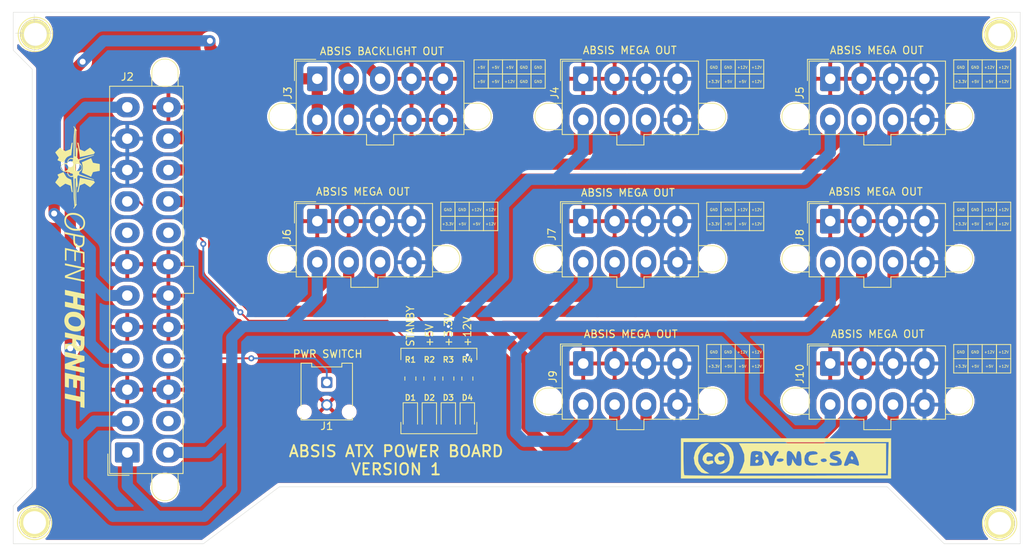
<source format=kicad_pcb>
(kicad_pcb (version 20171130) (host pcbnew "(5.1.7)-1")
  (layers (0 F.Cu signal) (31 B.Cu signal) (34 B.Paste user) (35 F.Paste user) (36 B.SilkS user) (37 F.SilkS user) (38 B.Mask user) (39 F.Mask user) (44 Edge.Cuts user))
  (net 0 "")
  (net 1 GND)
  (net 2 "Net-(D1-Pad1)")
  (net 3 "Net-(D2-Pad1)")
  (net 4 "Net-(D3-Pad1)")
  (net 5 "Net-(D4-Pad1)")
  (net 6 /PS_ON)
  (net 7 /+5V_SUPPLY)
  (net 8 "Net-(J2-Pad20)")
  (net 9 "Net-(J2-Pad14)")
  (net 10 /+3.3V_SUPPLY)
  (net 11 /+12V_SUPPLY)
  (net 12 /+5VSB_SUPPLY)
  (net 13 /PWR_OK)
  (module KiCAD_Libraries:CC-BY-NC-SA-Small (layer F.Cu) (at 138.7856 113.03)
    (fp_text reference G*** hide)
    (fp_text value LOGO hide)
  )
  (module KiCAD_Libraries:OH_LOGO_37.7mm_5.9mm (layer F.Cu) (at 44.1452 87.4268 270)
    (fp_text reference G*** hide)
    (fp_text value LOGO hide)
  )
  (module Connector_Molex:Molex_Mini-Fit_Jr_5566-08A2_2x04_P4.20mm_Vertical (layer F.Cu) (at 144.78 62.23)
    (fp_text reference J5 (at -4.064 1.905 90) (layer F.SilkS))
    (fp_text value "MEGA BUS POWER")
    (pad "" np_thru_hole circle (at 17.3 5.04) (size 3 3) (drill 3) (layers *.Cu *.Mask))
    (pad "" np_thru_hole circle (at -4.7 5.04) (size 3 3) (drill 3) (layers *.Cu *.Mask))
    (pad 8 thru_hole oval (at 12.6 5.5) (size 2.7 3.3) (drill 1.4) (layers *.Cu *.Mask) (net 11 /+12V_SUPPLY))
    (pad 7 thru_hole oval (at 8.4 5.5) (size 2.7 3.3) (drill 1.4) (layers *.Cu *.Mask) (net 7 /+5V_SUPPLY))
    (pad 6 thru_hole oval (at 4.2 5.5) (size 2.7 3.3) (drill 1.4) (layers *.Cu *.Mask) (net 7 /+5V_SUPPLY))
    (pad 5 thru_hole oval (at 0 5.5) (size 2.7 3.3) (drill 1.4) (layers *.Cu *.Mask) (net 10 /+3.3V_SUPPLY))
    (pad 4 thru_hole oval (at 12.6 0) (size 2.7 3.3) (drill 1.4) (layers *.Cu *.Mask) (net 11 /+12V_SUPPLY))
    (pad 3 thru_hole oval (at 8.4 0) (size 2.7 3.3) (drill 1.4) (layers *.Cu *.Mask) (net 11 /+12V_SUPPLY))
    (pad 2 thru_hole oval (at 4.2 0) (size 2.7 3.3) (drill 1.4) (layers *.Cu *.Mask) (net 1 GND))
    (pad 1 thru_hole roundrect (at 0 0) (size 2.7 3.3) (drill 1.4) (layers *.Cu *.Mask) (roundrect_rratio 0.09259299999999999) (net 1 GND))
  )
  (module Connector_Molex:Molex_Mini-Fit_Jr_5566-08A2_2x04_P4.20mm_Vertical (layer F.Cu) (at 144.78 100.33)
    (fp_text reference J10 (at -4.064 1.397 90) (layer F.SilkS))
    (fp_text value "MEGA BUS POWER")
    (pad "" np_thru_hole circle (at 17.3 5.04) (size 3 3) (drill 3) (layers *.Cu *.Mask))
    (pad "" np_thru_hole circle (at -4.7 5.04) (size 3 3) (drill 3) (layers *.Cu *.Mask))
    (pad 8 thru_hole oval (at 12.6 5.5) (size 2.7 3.3) (drill 1.4) (layers *.Cu *.Mask) (net 11 /+12V_SUPPLY))
    (pad 7 thru_hole oval (at 8.4 5.5) (size 2.7 3.3) (drill 1.4) (layers *.Cu *.Mask) (net 7 /+5V_SUPPLY))
    (pad 6 thru_hole oval (at 4.2 5.5) (size 2.7 3.3) (drill 1.4) (layers *.Cu *.Mask) (net 7 /+5V_SUPPLY))
    (pad 5 thru_hole oval (at 0 5.5) (size 2.7 3.3) (drill 1.4) (layers *.Cu *.Mask) (net 10 /+3.3V_SUPPLY))
    (pad 4 thru_hole oval (at 12.6 0) (size 2.7 3.3) (drill 1.4) (layers *.Cu *.Mask) (net 11 /+12V_SUPPLY))
    (pad 3 thru_hole oval (at 8.4 0) (size 2.7 3.3) (drill 1.4) (layers *.Cu *.Mask) (net 11 /+12V_SUPPLY))
    (pad 2 thru_hole oval (at 4.2 0) (size 2.7 3.3) (drill 1.4) (layers *.Cu *.Mask) (net 1 GND))
    (pad 1 thru_hole roundrect (at 0 0) (size 2.7 3.3) (drill 1.4) (layers *.Cu *.Mask) (roundrect_rratio 0.09259299999999999) (net 1 GND))
  )
  (module Socket_Arduino_Mega:Arduino_1pin (layer F.Cu) (at 167.4368 56.3372)
    (fp_text reference H4 hide)
    (fp_text value MountingHole)
    (pad 1 thru_hole circle (at 0 0) (size 4.064 4.064) (drill 3.048) (layers *.Cu *.Mask F.SilkS))
  )
  (module Socket_Arduino_Mega:Arduino_1pin (layer F.Cu) (at 38.4048 121.6152)
    (fp_text reference H3 hide)
    (fp_text value MountingHole)
    (pad 1 thru_hole circle (at 0 0) (size 4.064 4.064) (drill 3.048) (layers *.Cu *.Mask F.SilkS))
  )
  (module Socket_Arduino_Mega:Arduino_1pin (layer F.Cu) (at 167.4368 121.7168)
    (fp_text reference H2 hide)
    (fp_text value MountingHole)
    (pad 1 thru_hole circle (at 0 0) (size 4.064 4.064) (drill 3.048) (layers *.Cu *.Mask F.SilkS))
  )
  (module Socket_Arduino_Mega:Arduino_1pin (layer F.Cu) (at 38.5064 56.2864)
    (fp_text reference H1 hide)
    (fp_text value MountingHole)
    (pad 1 thru_hole circle (at 0 0) (size 4.064 4.064) (drill 3.048) (layers *.Cu *.Mask F.SilkS))
  )
  (module Resistor_SMD:R_0805_2012Metric_Pad1.20x1.40mm_HandSolder (layer F.Cu) (at 96.266 102.346 90)
    (fp_text reference R4 (at 2.524 0 180) (layer F.SilkS) (effects (font (size 0.75 0.75))))
    (fp_text value 560)
    (pad 2 smd roundrect (at 1 0 90) (size 1.2 1.4) (layers F.Cu F.Paste F.Mask) (roundrect_rratio 0.208333) (net 11 /+12V_SUPPLY))
    (pad 1 smd roundrect (at -1 0 90) (size 1.2 1.4) (layers F.Cu F.Paste F.Mask) (roundrect_rratio 0.208333) (net 5 "Net-(D4-Pad1)"))
  )
  (module Resistor_SMD:R_0805_2012Metric_Pad1.20x1.40mm_HandSolder (layer F.Cu) (at 93.726 102.346 90)
    (fp_text reference R3 (at 2.524 0 180) (layer F.SilkS) (effects (font (size 0.75 0.75))))
    (fp_text value 56)
    (pad 2 smd roundrect (at 1 0 90) (size 1.2 1.4) (layers F.Cu F.Paste F.Mask) (roundrect_rratio 0.208333) (net 10 /+3.3V_SUPPLY))
    (pad 1 smd roundrect (at -1 0 90) (size 1.2 1.4) (layers F.Cu F.Paste F.Mask) (roundrect_rratio 0.208333) (net 4 "Net-(D3-Pad1)"))
  )
  (module Resistor_SMD:R_0805_2012Metric_Pad1.20x1.40mm_HandSolder (layer F.Cu) (at 91.186 102.346 90)
    (fp_text reference R2 (at 2.524 0 180) (layer F.SilkS) (effects (font (size 0.75 0.75))))
    (fp_text value 150)
    (pad 2 smd roundrect (at 1 0 90) (size 1.2 1.4) (layers F.Cu F.Paste F.Mask) (roundrect_rratio 0.208333) (net 7 /+5V_SUPPLY))
    (pad 1 smd roundrect (at -1 0 90) (size 1.2 1.4) (layers F.Cu F.Paste F.Mask) (roundrect_rratio 0.208333) (net 3 "Net-(D2-Pad1)"))
  )
  (module Resistor_SMD:R_0805_2012Metric_Pad1.20x1.40mm_HandSolder (layer F.Cu) (at 88.646 102.346 90)
    (fp_text reference R1 (at 2.524 0 180) (layer F.SilkS) (effects (font (size 0.75 0.75))))
    (fp_text value 150)
    (pad 2 smd roundrect (at 1 0 90) (size 1.2 1.4) (layers F.Cu F.Paste F.Mask) (roundrect_rratio 0.208333) (net 12 /+5VSB_SUPPLY))
    (pad 1 smd roundrect (at -1 0 90) (size 1.2 1.4) (layers F.Cu F.Paste F.Mask) (roundrect_rratio 0.208333) (net 2 "Net-(D1-Pad1)"))
  )
  (module Connector_Molex:Molex_Mini-Fit_Jr_5566-08A2_2x04_P4.20mm_Vertical (layer F.Cu) (at 111.76 100.33)
    (fp_text reference J9 (at -4.064 1.778 90) (layer F.SilkS))
    (fp_text value "MEGA BUS POWER")
    (pad "" np_thru_hole circle (at 17.3 5.04) (size 3 3) (drill 3) (layers *.Cu *.Mask))
    (pad "" np_thru_hole circle (at -4.7 5.04) (size 3 3) (drill 3) (layers *.Cu *.Mask))
    (pad 8 thru_hole oval (at 12.6 5.5) (size 2.7 3.3) (drill 1.4) (layers *.Cu *.Mask) (net 11 /+12V_SUPPLY))
    (pad 7 thru_hole oval (at 8.4 5.5) (size 2.7 3.3) (drill 1.4) (layers *.Cu *.Mask) (net 7 /+5V_SUPPLY))
    (pad 6 thru_hole oval (at 4.2 5.5) (size 2.7 3.3) (drill 1.4) (layers *.Cu *.Mask) (net 7 /+5V_SUPPLY))
    (pad 5 thru_hole oval (at 0 5.5) (size 2.7 3.3) (drill 1.4) (layers *.Cu *.Mask) (net 10 /+3.3V_SUPPLY))
    (pad 4 thru_hole oval (at 12.6 0) (size 2.7 3.3) (drill 1.4) (layers *.Cu *.Mask) (net 11 /+12V_SUPPLY))
    (pad 3 thru_hole oval (at 8.4 0) (size 2.7 3.3) (drill 1.4) (layers *.Cu *.Mask) (net 11 /+12V_SUPPLY))
    (pad 2 thru_hole oval (at 4.2 0) (size 2.7 3.3) (drill 1.4) (layers *.Cu *.Mask) (net 1 GND))
    (pad 1 thru_hole roundrect (at 0 0) (size 2.7 3.3) (drill 1.4) (layers *.Cu *.Mask) (roundrect_rratio 0.09259299999999999) (net 1 GND))
  )
  (module Connector_Molex:Molex_Mini-Fit_Jr_5566-08A2_2x04_P4.20mm_Vertical (layer F.Cu) (at 144.78 81.28)
    (fp_text reference J8 (at -4.064 1.905 90) (layer F.SilkS))
    (fp_text value "MEGA BUS POWER")
    (pad "" np_thru_hole circle (at 17.3 5.04) (size 3 3) (drill 3) (layers *.Cu *.Mask))
    (pad "" np_thru_hole circle (at -4.7 5.04) (size 3 3) (drill 3) (layers *.Cu *.Mask))
    (pad 8 thru_hole oval (at 12.6 5.5) (size 2.7 3.3) (drill 1.4) (layers *.Cu *.Mask) (net 11 /+12V_SUPPLY))
    (pad 7 thru_hole oval (at 8.4 5.5) (size 2.7 3.3) (drill 1.4) (layers *.Cu *.Mask) (net 7 /+5V_SUPPLY))
    (pad 6 thru_hole oval (at 4.2 5.5) (size 2.7 3.3) (drill 1.4) (layers *.Cu *.Mask) (net 7 /+5V_SUPPLY))
    (pad 5 thru_hole oval (at 0 5.5) (size 2.7 3.3) (drill 1.4) (layers *.Cu *.Mask) (net 10 /+3.3V_SUPPLY))
    (pad 4 thru_hole oval (at 12.6 0) (size 2.7 3.3) (drill 1.4) (layers *.Cu *.Mask) (net 11 /+12V_SUPPLY))
    (pad 3 thru_hole oval (at 8.4 0) (size 2.7 3.3) (drill 1.4) (layers *.Cu *.Mask) (net 11 /+12V_SUPPLY))
    (pad 2 thru_hole oval (at 4.2 0) (size 2.7 3.3) (drill 1.4) (layers *.Cu *.Mask) (net 1 GND))
    (pad 1 thru_hole roundrect (at 0 0) (size 2.7 3.3) (drill 1.4) (layers *.Cu *.Mask) (roundrect_rratio 0.09259299999999999) (net 1 GND))
  )
  (module Connector_Molex:Molex_Mini-Fit_Jr_5566-08A2_2x04_P4.20mm_Vertical (layer F.Cu) (at 111.76 81.28)
    (fp_text reference J7 (at -4.191 1.778 90) (layer F.SilkS))
    (fp_text value "MEGA BUS POWER")
    (pad "" np_thru_hole circle (at 17.3 5.04) (size 3 3) (drill 3) (layers *.Cu *.Mask))
    (pad "" np_thru_hole circle (at -4.7 5.04) (size 3 3) (drill 3) (layers *.Cu *.Mask))
    (pad 8 thru_hole oval (at 12.6 5.5) (size 2.7 3.3) (drill 1.4) (layers *.Cu *.Mask) (net 11 /+12V_SUPPLY))
    (pad 7 thru_hole oval (at 8.4 5.5) (size 2.7 3.3) (drill 1.4) (layers *.Cu *.Mask) (net 7 /+5V_SUPPLY))
    (pad 6 thru_hole oval (at 4.2 5.5) (size 2.7 3.3) (drill 1.4) (layers *.Cu *.Mask) (net 7 /+5V_SUPPLY))
    (pad 5 thru_hole oval (at 0 5.5) (size 2.7 3.3) (drill 1.4) (layers *.Cu *.Mask) (net 10 /+3.3V_SUPPLY))
    (pad 4 thru_hole oval (at 12.6 0) (size 2.7 3.3) (drill 1.4) (layers *.Cu *.Mask) (net 11 /+12V_SUPPLY))
    (pad 3 thru_hole oval (at 8.4 0) (size 2.7 3.3) (drill 1.4) (layers *.Cu *.Mask) (net 11 /+12V_SUPPLY))
    (pad 2 thru_hole oval (at 4.2 0) (size 2.7 3.3) (drill 1.4) (layers *.Cu *.Mask) (net 1 GND))
    (pad 1 thru_hole roundrect (at 0 0) (size 2.7 3.3) (drill 1.4) (layers *.Cu *.Mask) (roundrect_rratio 0.09259299999999999) (net 1 GND))
  )
  (module Connector_Molex:Molex_Mini-Fit_Jr_5566-08A2_2x04_P4.20mm_Vertical (layer F.Cu) (at 76.2 81.28)
    (fp_text reference J6 (at -4.064 1.905 90) (layer F.SilkS))
    (fp_text value "MEGA BUS POWER")
    (pad "" np_thru_hole circle (at 17.3 5.04) (size 3 3) (drill 3) (layers *.Cu *.Mask))
    (pad "" np_thru_hole circle (at -4.7 5.04) (size 3 3) (drill 3) (layers *.Cu *.Mask))
    (pad 8 thru_hole oval (at 12.6 5.5) (size 2.7 3.3) (drill 1.4) (layers *.Cu *.Mask) (net 11 /+12V_SUPPLY))
    (pad 7 thru_hole oval (at 8.4 5.5) (size 2.7 3.3) (drill 1.4) (layers *.Cu *.Mask) (net 7 /+5V_SUPPLY))
    (pad 6 thru_hole oval (at 4.2 5.5) (size 2.7 3.3) (drill 1.4) (layers *.Cu *.Mask) (net 7 /+5V_SUPPLY))
    (pad 5 thru_hole oval (at 0 5.5) (size 2.7 3.3) (drill 1.4) (layers *.Cu *.Mask) (net 10 /+3.3V_SUPPLY))
    (pad 4 thru_hole oval (at 12.6 0) (size 2.7 3.3) (drill 1.4) (layers *.Cu *.Mask) (net 11 /+12V_SUPPLY))
    (pad 3 thru_hole oval (at 8.4 0) (size 2.7 3.3) (drill 1.4) (layers *.Cu *.Mask) (net 11 /+12V_SUPPLY))
    (pad 2 thru_hole oval (at 4.2 0) (size 2.7 3.3) (drill 1.4) (layers *.Cu *.Mask) (net 1 GND))
    (pad 1 thru_hole roundrect (at 0 0) (size 2.7 3.3) (drill 1.4) (layers *.Cu *.Mask) (roundrect_rratio 0.09259299999999999) (net 1 GND))
  )
  (module Connector_Molex:Molex_Mini-Fit_Jr_5566-08A2_2x04_P4.20mm_Vertical (layer F.Cu) (at 111.76 62.23)
    (fp_text reference J4 (at -3.81 1.905 90) (layer F.SilkS))
    (fp_text value "MEGA BUS POWER")
    (pad "" np_thru_hole circle (at 17.3 5.04) (size 3 3) (drill 3) (layers *.Cu *.Mask))
    (pad "" np_thru_hole circle (at -4.7 5.04) (size 3 3) (drill 3) (layers *.Cu *.Mask))
    (pad 8 thru_hole oval (at 12.6 5.5) (size 2.7 3.3) (drill 1.4) (layers *.Cu *.Mask) (net 11 /+12V_SUPPLY))
    (pad 7 thru_hole oval (at 8.4 5.5) (size 2.7 3.3) (drill 1.4) (layers *.Cu *.Mask) (net 7 /+5V_SUPPLY))
    (pad 6 thru_hole oval (at 4.2 5.5) (size 2.7 3.3) (drill 1.4) (layers *.Cu *.Mask) (net 7 /+5V_SUPPLY))
    (pad 5 thru_hole oval (at 0 5.5) (size 2.7 3.3) (drill 1.4) (layers *.Cu *.Mask) (net 10 /+3.3V_SUPPLY))
    (pad 4 thru_hole oval (at 12.6 0) (size 2.7 3.3) (drill 1.4) (layers *.Cu *.Mask) (net 11 /+12V_SUPPLY))
    (pad 3 thru_hole oval (at 8.4 0) (size 2.7 3.3) (drill 1.4) (layers *.Cu *.Mask) (net 11 /+12V_SUPPLY))
    (pad 2 thru_hole oval (at 4.2 0) (size 2.7 3.3) (drill 1.4) (layers *.Cu *.Mask) (net 1 GND))
    (pad 1 thru_hole roundrect (at 0 0) (size 2.7 3.3) (drill 1.4) (layers *.Cu *.Mask) (roundrect_rratio 0.09259299999999999) (net 1 GND))
  )
  (module Connector_Molex:Molex_Mini-Fit_Jr_5566-10A2_2x05_P4.20mm_Vertical (layer F.Cu) (at 76.2 62.23)
    (fp_text reference J3 (at -3.937 1.905 90) (layer F.SilkS))
    (fp_text value "ABSIS BACKLIGHT PWR")
    (pad "" np_thru_hole circle (at 21.5 5.04) (size 3 3) (drill 3) (layers *.Cu *.Mask))
    (pad "" np_thru_hole circle (at -4.7 5.04) (size 3 3) (drill 3) (layers *.Cu *.Mask))
    (pad 10 thru_hole oval (at 16.8 5.5) (size 2.7 3.3) (drill 1.4) (layers *.Cu *.Mask) (net 1 GND))
    (pad 9 thru_hole oval (at 12.6 5.5) (size 2.7 3.3) (drill 1.4) (layers *.Cu *.Mask) (net 1 GND))
    (pad 8 thru_hole oval (at 8.4 5.5) (size 2.7 3.3) (drill 1.4) (layers *.Cu *.Mask) (net 11 /+12V_SUPPLY))
    (pad 7 thru_hole oval (at 4.2 5.5) (size 2.7 3.3) (drill 1.4) (layers *.Cu *.Mask) (net 7 /+5V_SUPPLY))
    (pad 6 thru_hole oval (at 0 5.5) (size 2.7 3.3) (drill 1.4) (layers *.Cu *.Mask) (net 7 /+5V_SUPPLY))
    (pad 5 thru_hole oval (at 16.8 0) (size 2.7 3.3) (drill 1.4) (layers *.Cu *.Mask) (net 1 GND))
    (pad 4 thru_hole oval (at 12.6 0) (size 2.7 3.3) (drill 1.4) (layers *.Cu *.Mask) (net 1 GND))
    (pad 3 thru_hole oval (at 8.4 0) (size 2.7 3.3) (drill 1.4) (layers *.Cu *.Mask) (net 7 /+5V_SUPPLY))
    (pad 2 thru_hole oval (at 4.2 0) (size 2.7 3.3) (drill 1.4) (layers *.Cu *.Mask) (net 7 /+5V_SUPPLY))
    (pad 1 thru_hole roundrect (at 0 0) (size 2.7 3.3) (drill 1.4) (layers *.Cu *.Mask) (roundrect_rratio 0.09259299999999999) (net 7 /+5V_SUPPLY))
  )
  (module Connector_Molex:Molex_Mini-Fit_Jr_5566-24A2_2x12_P4.20mm_Vertical (layer F.Cu) (at 50.8 112.24 90)
    (fp_text reference J2 (at 50.264 0 180) (layer F.SilkS))
    (fp_text value ATX-24)
    (pad "" np_thru_hole circle (at 50.9 5.04 90) (size 3 3) (drill 3) (layers *.Cu *.Mask))
    (pad "" np_thru_hole circle (at -4.7 5.04 90) (size 3 3) (drill 3) (layers *.Cu *.Mask))
    (pad 24 thru_hole oval (at 46.2 5.5 90) (size 2.7 3.3) (drill 1.4) (layers *.Cu *.Mask) (net 1 GND))
    (pad 23 thru_hole oval (at 42 5.5 90) (size 2.7 3.3) (drill 1.4) (layers *.Cu *.Mask) (net 7 /+5V_SUPPLY))
    (pad 22 thru_hole oval (at 37.8 5.5 90) (size 2.7 3.3) (drill 1.4) (layers *.Cu *.Mask) (net 7 /+5V_SUPPLY))
    (pad 21 thru_hole oval (at 33.6 5.5 90) (size 2.7 3.3) (drill 1.4) (layers *.Cu *.Mask) (net 7 /+5V_SUPPLY))
    (pad 20 thru_hole oval (at 29.4 5.5 90) (size 2.7 3.3) (drill 1.4) (layers *.Cu *.Mask) (net 8 "Net-(J2-Pad20)"))
    (pad 19 thru_hole oval (at 25.2 5.5 90) (size 2.7 3.3) (drill 1.4) (layers *.Cu *.Mask) (net 1 GND))
    (pad 18 thru_hole oval (at 21 5.5 90) (size 2.7 3.3) (drill 1.4) (layers *.Cu *.Mask) (net 1 GND))
    (pad 17 thru_hole oval (at 16.8 5.5 90) (size 2.7 3.3) (drill 1.4) (layers *.Cu *.Mask) (net 1 GND))
    (pad 16 thru_hole oval (at 12.6 5.5 90) (size 2.7 3.3) (drill 1.4) (layers *.Cu *.Mask) (net 6 /PS_ON))
    (pad 15 thru_hole oval (at 8.4 5.5 90) (size 2.7 3.3) (drill 1.4) (layers *.Cu *.Mask) (net 1 GND))
    (pad 14 thru_hole oval (at 4.2 5.5 90) (size 2.7 3.3) (drill 1.4) (layers *.Cu *.Mask) (net 9 "Net-(J2-Pad14)"))
    (pad 13 thru_hole oval (at 0 5.5 90) (size 2.7 3.3) (drill 1.4) (layers *.Cu *.Mask) (net 10 /+3.3V_SUPPLY))
    (pad 12 thru_hole oval (at 46.2 0 90) (size 2.7 3.3) (drill 1.4) (layers *.Cu *.Mask) (net 10 /+3.3V_SUPPLY))
    (pad 11 thru_hole oval (at 42 0 90) (size 2.7 3.3) (drill 1.4) (layers *.Cu *.Mask) (net 11 /+12V_SUPPLY))
    (pad 10 thru_hole oval (at 37.8 0 90) (size 2.7 3.3) (drill 1.4) (layers *.Cu *.Mask) (net 11 /+12V_SUPPLY))
    (pad 9 thru_hole oval (at 33.6 0 90) (size 2.7 3.3) (drill 1.4) (layers *.Cu *.Mask) (net 12 /+5VSB_SUPPLY))
    (pad 8 thru_hole oval (at 29.4 0 90) (size 2.7 3.3) (drill 1.4) (layers *.Cu *.Mask) (net 13 /PWR_OK))
    (pad 7 thru_hole oval (at 25.2 0 90) (size 2.7 3.3) (drill 1.4) (layers *.Cu *.Mask) (net 1 GND))
    (pad 6 thru_hole oval (at 21 0 90) (size 2.7 3.3) (drill 1.4) (layers *.Cu *.Mask) (net 7 /+5V_SUPPLY))
    (pad 5 thru_hole oval (at 16.8 0 90) (size 2.7 3.3) (drill 1.4) (layers *.Cu *.Mask) (net 1 GND))
    (pad 4 thru_hole oval (at 12.6 0 90) (size 2.7 3.3) (drill 1.4) (layers *.Cu *.Mask) (net 7 /+5V_SUPPLY))
    (pad 3 thru_hole oval (at 8.4 0 90) (size 2.7 3.3) (drill 1.4) (layers *.Cu *.Mask) (net 1 GND))
    (pad 2 thru_hole oval (at 4.2 0 90) (size 2.7 3.3) (drill 1.4) (layers *.Cu *.Mask) (net 10 /+3.3V_SUPPLY))
    (pad 1 thru_hole roundrect (at 0 0 90) (size 2.7 3.3) (drill 1.4) (layers *.Cu *.Mask) (roundrect_rratio 0.09259299999999999) (net 10 /+3.3V_SUPPLY))
  )
  (module Connector_Molex:Molex_Micro-Fit_3.0_43045-0212_2x01_P3.00mm_Vertical (layer F.Cu) (at 77.47 102.87)
    (fp_text reference J1 (at 0 5.842) (layer F.SilkS))
    (fp_text value "Power Swtich")
    (pad 2 thru_hole circle (at 0 3) (size 1.5 1.5) (drill 1) (layers *.Cu *.Mask) (net 1 GND))
    (pad 1 thru_hole roundrect (at 0 0) (size 1.5 1.5) (drill 1) (layers *.Cu *.Mask) (roundrect_rratio 0.166667) (net 6 /PS_ON))
    (pad "" np_thru_hole circle (at 3 3.94) (size 1 1) (drill 1) (layers *.Cu *.Mask))
    (pad "" np_thru_hole circle (at -3 3.94) (size 1 1) (drill 1) (layers *.Cu *.Mask))
  )
  (module LED_SMD:LED_0805_2012Metric_Pad1.15x1.40mm_HandSolder (layer F.Cu) (at 96.266 107.451 270)
    (fp_text reference D4 (at -2.549 0 180) (layer F.SilkS) (effects (font (size 0.75 0.75))))
    (fp_text value "Green LED")
    (pad 2 smd roundrect (at 1.025 0 270) (size 1.15 1.4) (layers F.Cu F.Paste F.Mask) (roundrect_rratio 0.217391) (net 1 GND))
    (pad 1 smd roundrect (at -1.025 0 270) (size 1.15 1.4) (layers F.Cu F.Paste F.Mask) (roundrect_rratio 0.217391) (net 5 "Net-(D4-Pad1)"))
  )
  (module LED_SMD:LED_0805_2012Metric_Pad1.15x1.40mm_HandSolder (layer F.Cu) (at 93.726 107.451 270)
    (fp_text reference D3 (at -2.549 0 180) (layer F.SilkS) (effects (font (size 0.75 0.75))))
    (fp_text value "Green LED")
    (pad 2 smd roundrect (at 1.025 0 270) (size 1.15 1.4) (layers F.Cu F.Paste F.Mask) (roundrect_rratio 0.217391) (net 1 GND))
    (pad 1 smd roundrect (at -1.025 0 270) (size 1.15 1.4) (layers F.Cu F.Paste F.Mask) (roundrect_rratio 0.217391) (net 4 "Net-(D3-Pad1)"))
  )
  (module LED_SMD:LED_0805_2012Metric_Pad1.15x1.40mm_HandSolder (layer F.Cu) (at 91.186 107.451 270)
    (fp_text reference D2 (at -2.549 0 180) (layer F.SilkS) (effects (font (size 0.75 0.75))))
    (fp_text value "Green LED")
    (pad 2 smd roundrect (at 1.025 0 270) (size 1.15 1.4) (layers F.Cu F.Paste F.Mask) (roundrect_rratio 0.217391) (net 1 GND))
    (pad 1 smd roundrect (at -1.025 0 270) (size 1.15 1.4) (layers F.Cu F.Paste F.Mask) (roundrect_rratio 0.217391) (net 3 "Net-(D2-Pad1)"))
  )
  (module LED_SMD:LED_0805_2012Metric_Pad1.15x1.40mm_HandSolder (layer F.Cu) (at 88.646 107.451 270)
    (fp_text reference D1 (at -2.549 0 180) (layer F.SilkS) (effects (font (size 0.75 0.75))))
    (fp_text value "Green LED")
    (pad 2 smd roundrect (at 1.025 0 270) (size 1.15 1.4) (layers F.Cu F.Paste F.Mask) (roundrect_rratio 0.217391) (net 1 GND))
    (pad 1 smd roundrect (at -1.025 0 270) (size 1.15 1.4) (layers F.Cu F.Paste F.Mask) (roundrect_rratio 0.217391) (net 2 "Net-(D1-Pad1)"))
  )
  (gr_text GND (at 105.7275 60.706) (layer F.SilkS) (effects (font (size 0.35 0.35) (thickness 0.06))))
  (gr_text GND (at 105.7275 62.611) (layer F.SilkS) (effects (font (size 0.35 0.35) (thickness 0.06))))
  (gr_line (start 104.775 61.595) (end 106.68 61.595) (layer F.SilkS) (width 0.12))
  (gr_line (start 106.68 63.5) (end 104.775 63.5) (layer F.SilkS) (width 0.12))
  (gr_line (start 106.68 59.69) (end 106.68 63.5) (layer F.SilkS) (width 0.12))
  (gr_line (start 104.775 59.69) (end 106.68 59.69) (layer F.SilkS) (width 0.12))
  (gr_text +12V (at 101.9175 62.611) (layer F.SilkS) (effects (font (size 0.35 0.35) (thickness 0.06))))
  (gr_text +5V (at 101.9175 60.706) (layer F.SilkS) (effects (font (size 0.35 0.35) (thickness 0.06))))
  (gr_text +5V (at 100.0125 60.706) (layer F.SilkS) (effects (font (size 0.35 0.35) (thickness 0.06))))
  (gr_text +5V (at 100.0125 62.611) (layer F.SilkS) (effects (font (size 0.35 0.35) (thickness 0.06))))
  (gr_text +5V (at 98.1075 60.706) (layer F.SilkS) (effects (font (size 0.35 0.35) (thickness 0.06))))
  (gr_text +5V (at 98.1075 62.611) (layer F.SilkS) (effects (font (size 0.35 0.35) (thickness 0.06))))
  (gr_text GND (at 103.8225 60.706) (layer F.SilkS) (effects (font (size 0.35 0.35) (thickness 0.06))))
  (gr_text GND (at 103.8225 62.611) (layer F.SilkS) (effects (font (size 0.35 0.35) (thickness 0.06))))
  (gr_line (start 102.87 59.69) (end 102.87 61.595) (layer F.SilkS) (width 0.12))
  (gr_line (start 97.155 61.595) (end 97.155 63.5) (layer F.SilkS) (width 0.12))
  (gr_line (start 102.87 63.5) (end 102.87 61.595) (layer F.SilkS) (width 0.12))
  (gr_line (start 100.965 59.69) (end 97.155 59.69) (layer F.SilkS) (width 0.12))
  (gr_line (start 104.775 61.595) (end 104.775 63.5) (layer F.SilkS) (width 0.12))
  (gr_line (start 97.155 61.595) (end 100.965 61.595) (layer F.SilkS) (width 0.12))
  (gr_line (start 97.155 59.69) (end 97.155 61.595) (layer F.SilkS) (width 0.12))
  (gr_line (start 99.06 61.595) (end 99.06 63.5) (layer F.SilkS) (width 0.12))
  (gr_line (start 99.06 63.5) (end 99.06 61.595) (layer F.SilkS) (width 0.12))
  (gr_line (start 100.965 61.595) (end 100.965 63.5) (layer F.SilkS) (width 0.12))
  (gr_line (start 99.06 61.595) (end 99.06 59.69) (layer F.SilkS) (width 0.12))
  (gr_line (start 100.965 59.69) (end 104.775 59.69) (layer F.SilkS) (width 0.12))
  (gr_line (start 102.87 61.595) (end 100.965 61.595) (layer F.SilkS) (width 0.12))
  (gr_line (start 102.87 61.595) (end 104.775 61.595) (layer F.SilkS) (width 0.12))
  (gr_line (start 104.775 59.69) (end 104.775 61.595) (layer F.SilkS) (width 0.12))
  (gr_line (start 100.965 61.595) (end 100.965 59.69) (layer F.SilkS) (width 0.12))
  (gr_line (start 104.775 63.5) (end 102.87 63.5) (layer F.SilkS) (width 0.12))
  (gr_line (start 102.87 61.595) (end 102.87 59.69) (layer F.SilkS) (width 0.12))
  (gr_line (start 102.87 63.5) (end 99.06 63.5) (layer F.SilkS) (width 0.12))
  (gr_line (start 97.155 63.5) (end 99.06 63.5) (layer F.SilkS) (width 0.12))
  (gr_text +5V (at 166.0525 62.611) (layer F.SilkS) (effects (font (size 0.35 0.35) (thickness 0.06))))
  (gr_text +12V (at 166.0525 60.706) (layer F.SilkS) (effects (font (size 0.35 0.35) (thickness 0.06))))
  (gr_text GND (at 164.1475 60.706) (layer F.SilkS) (effects (font (size 0.35 0.35) (thickness 0.06))))
  (gr_text +5V (at 164.1475 62.611) (layer F.SilkS) (effects (font (size 0.35 0.35) (thickness 0.06))))
  (gr_text GND (at 162.2425 60.706) (layer F.SilkS) (effects (font (size 0.35 0.35) (thickness 0.06))))
  (gr_text "+3.3V\n" (at 162.2425 62.611) (layer F.SilkS) (effects (font (size 0.35 0.35) (thickness 0.06))))
  (gr_text +12V (at 167.9575 60.706) (layer F.SilkS) (effects (font (size 0.35 0.35) (thickness 0.06))))
  (gr_text +12V (at 167.9575 62.611) (layer F.SilkS) (effects (font (size 0.35 0.35) (thickness 0.06))))
  (gr_line (start 167.005 59.69) (end 167.005 61.595) (layer F.SilkS) (width 0.12))
  (gr_line (start 161.29 61.595) (end 161.29 63.5) (layer F.SilkS) (width 0.12))
  (gr_line (start 167.005 63.5) (end 167.005 61.595) (layer F.SilkS) (width 0.12))
  (gr_line (start 165.1 59.69) (end 161.29 59.69) (layer F.SilkS) (width 0.12))
  (gr_line (start 168.91 61.595) (end 168.91 63.5) (layer F.SilkS) (width 0.12))
  (gr_line (start 161.29 61.595) (end 165.1 61.595) (layer F.SilkS) (width 0.12))
  (gr_line (start 161.29 59.69) (end 161.29 61.595) (layer F.SilkS) (width 0.12))
  (gr_line (start 163.195 61.595) (end 163.195 63.5) (layer F.SilkS) (width 0.12))
  (gr_line (start 163.195 63.5) (end 163.195 61.595) (layer F.SilkS) (width 0.12))
  (gr_line (start 165.1 61.595) (end 165.1 63.5) (layer F.SilkS) (width 0.12))
  (gr_line (start 163.195 61.595) (end 163.195 59.69) (layer F.SilkS) (width 0.12))
  (gr_line (start 165.1 59.69) (end 168.91 59.69) (layer F.SilkS) (width 0.12))
  (gr_line (start 167.005 61.595) (end 165.1 61.595) (layer F.SilkS) (width 0.12))
  (gr_line (start 167.005 61.595) (end 168.91 61.595) (layer F.SilkS) (width 0.12))
  (gr_line (start 168.91 59.69) (end 168.91 61.595) (layer F.SilkS) (width 0.12))
  (gr_line (start 165.1 61.595) (end 165.1 59.69) (layer F.SilkS) (width 0.12))
  (gr_line (start 168.91 63.5) (end 167.005 63.5) (layer F.SilkS) (width 0.12))
  (gr_line (start 167.005 61.595) (end 167.005 59.69) (layer F.SilkS) (width 0.12))
  (gr_line (start 167.005 63.5) (end 163.195 63.5) (layer F.SilkS) (width 0.12))
  (gr_line (start 161.29 63.5) (end 163.195 63.5) (layer F.SilkS) (width 0.12))
  (gr_text +5V (at 133.0325 62.611) (layer F.SilkS) (effects (font (size 0.35 0.35) (thickness 0.06))))
  (gr_text +12V (at 133.0325 60.706) (layer F.SilkS) (effects (font (size 0.35 0.35) (thickness 0.06))))
  (gr_text GND (at 131.1275 60.706) (layer F.SilkS) (effects (font (size 0.35 0.35) (thickness 0.06))))
  (gr_text +5V (at 131.1275 62.611) (layer F.SilkS) (effects (font (size 0.35 0.35) (thickness 0.06))))
  (gr_text GND (at 129.2225 60.706) (layer F.SilkS) (effects (font (size 0.35 0.35) (thickness 0.06))))
  (gr_text "+3.3V\n" (at 129.2225 62.611) (layer F.SilkS) (effects (font (size 0.35 0.35) (thickness 0.06))))
  (gr_text +12V (at 134.9375 60.706) (layer F.SilkS) (effects (font (size 0.35 0.35) (thickness 0.06))))
  (gr_text +12V (at 134.9375 62.611) (layer F.SilkS) (effects (font (size 0.35 0.35) (thickness 0.06))))
  (gr_line (start 133.985 59.69) (end 133.985 61.595) (layer F.SilkS) (width 0.12))
  (gr_line (start 128.27 61.595) (end 128.27 63.5) (layer F.SilkS) (width 0.12))
  (gr_line (start 133.985 63.5) (end 133.985 61.595) (layer F.SilkS) (width 0.12))
  (gr_line (start 132.08 59.69) (end 128.27 59.69) (layer F.SilkS) (width 0.12))
  (gr_line (start 135.89 61.595) (end 135.89 63.5) (layer F.SilkS) (width 0.12))
  (gr_line (start 128.27 61.595) (end 132.08 61.595) (layer F.SilkS) (width 0.12))
  (gr_line (start 128.27 59.69) (end 128.27 61.595) (layer F.SilkS) (width 0.12))
  (gr_line (start 130.175 61.595) (end 130.175 63.5) (layer F.SilkS) (width 0.12))
  (gr_line (start 130.175 63.5) (end 130.175 61.595) (layer F.SilkS) (width 0.12))
  (gr_line (start 132.08 61.595) (end 132.08 63.5) (layer F.SilkS) (width 0.12))
  (gr_line (start 130.175 61.595) (end 130.175 59.69) (layer F.SilkS) (width 0.12))
  (gr_line (start 132.08 59.69) (end 135.89 59.69) (layer F.SilkS) (width 0.12))
  (gr_line (start 133.985 61.595) (end 132.08 61.595) (layer F.SilkS) (width 0.12))
  (gr_line (start 133.985 61.595) (end 135.89 61.595) (layer F.SilkS) (width 0.12))
  (gr_line (start 135.89 59.69) (end 135.89 61.595) (layer F.SilkS) (width 0.12))
  (gr_line (start 132.08 61.595) (end 132.08 59.69) (layer F.SilkS) (width 0.12))
  (gr_line (start 135.89 63.5) (end 133.985 63.5) (layer F.SilkS) (width 0.12))
  (gr_line (start 133.985 61.595) (end 133.985 59.69) (layer F.SilkS) (width 0.12))
  (gr_line (start 133.985 63.5) (end 130.175 63.5) (layer F.SilkS) (width 0.12))
  (gr_line (start 128.27 63.5) (end 130.175 63.5) (layer F.SilkS) (width 0.12))
  (gr_text +5V (at 97.4725 81.661) (layer F.SilkS) (effects (font (size 0.35 0.35) (thickness 0.06))))
  (gr_text +12V (at 97.4725 79.756) (layer F.SilkS) (effects (font (size 0.35 0.35) (thickness 0.06))))
  (gr_text GND (at 95.5675 79.756) (layer F.SilkS) (effects (font (size 0.35 0.35) (thickness 0.06))))
  (gr_text +5V (at 95.5675 81.661) (layer F.SilkS) (effects (font (size 0.35 0.35) (thickness 0.06))))
  (gr_text GND (at 93.6625 79.756) (layer F.SilkS) (effects (font (size 0.35 0.35) (thickness 0.06))))
  (gr_text "+3.3V\n" (at 93.6625 81.661) (layer F.SilkS) (effects (font (size 0.35 0.35) (thickness 0.06))))
  (gr_text +12V (at 99.3775 79.756) (layer F.SilkS) (effects (font (size 0.35 0.35) (thickness 0.06))))
  (gr_text +12V (at 99.3775 81.661) (layer F.SilkS) (effects (font (size 0.35 0.35) (thickness 0.06))))
  (gr_line (start 98.425 78.74) (end 98.425 80.645) (layer F.SilkS) (width 0.12))
  (gr_line (start 92.71 80.645) (end 92.71 82.55) (layer F.SilkS) (width 0.12))
  (gr_line (start 98.425 82.55) (end 98.425 80.645) (layer F.SilkS) (width 0.12))
  (gr_line (start 96.52 78.74) (end 92.71 78.74) (layer F.SilkS) (width 0.12))
  (gr_line (start 100.33 80.645) (end 100.33 82.55) (layer F.SilkS) (width 0.12))
  (gr_line (start 92.71 80.645) (end 96.52 80.645) (layer F.SilkS) (width 0.12))
  (gr_line (start 92.71 78.74) (end 92.71 80.645) (layer F.SilkS) (width 0.12))
  (gr_line (start 94.615 80.645) (end 94.615 82.55) (layer F.SilkS) (width 0.12))
  (gr_line (start 94.615 82.55) (end 94.615 80.645) (layer F.SilkS) (width 0.12))
  (gr_line (start 96.52 80.645) (end 96.52 82.55) (layer F.SilkS) (width 0.12))
  (gr_line (start 94.615 80.645) (end 94.615 78.74) (layer F.SilkS) (width 0.12))
  (gr_line (start 96.52 78.74) (end 100.33 78.74) (layer F.SilkS) (width 0.12))
  (gr_line (start 98.425 80.645) (end 96.52 80.645) (layer F.SilkS) (width 0.12))
  (gr_line (start 98.425 80.645) (end 100.33 80.645) (layer F.SilkS) (width 0.12))
  (gr_line (start 100.33 78.74) (end 100.33 80.645) (layer F.SilkS) (width 0.12))
  (gr_line (start 96.52 80.645) (end 96.52 78.74) (layer F.SilkS) (width 0.12))
  (gr_line (start 100.33 82.55) (end 98.425 82.55) (layer F.SilkS) (width 0.12))
  (gr_line (start 98.425 80.645) (end 98.425 78.74) (layer F.SilkS) (width 0.12))
  (gr_line (start 98.425 82.55) (end 94.615 82.55) (layer F.SilkS) (width 0.12))
  (gr_line (start 92.71 82.55) (end 94.615 82.55) (layer F.SilkS) (width 0.12))
  (gr_text +5V (at 133.0325 81.661) (layer F.SilkS) (effects (font (size 0.35 0.35) (thickness 0.06))))
  (gr_text +12V (at 133.0325 79.756) (layer F.SilkS) (effects (font (size 0.35 0.35) (thickness 0.06))))
  (gr_text GND (at 131.1275 79.756) (layer F.SilkS) (effects (font (size 0.35 0.35) (thickness 0.06))))
  (gr_text +5V (at 131.1275 81.661) (layer F.SilkS) (effects (font (size 0.35 0.35) (thickness 0.06))))
  (gr_text GND (at 129.2225 79.756) (layer F.SilkS) (effects (font (size 0.35 0.35) (thickness 0.06))))
  (gr_text "+3.3V\n" (at 129.2225 81.661) (layer F.SilkS) (effects (font (size 0.35 0.35) (thickness 0.06))))
  (gr_text +12V (at 134.9375 79.756) (layer F.SilkS) (effects (font (size 0.35 0.35) (thickness 0.06))))
  (gr_text +12V (at 134.9375 81.661) (layer F.SilkS) (effects (font (size 0.35 0.35) (thickness 0.06))))
  (gr_line (start 133.985 78.74) (end 133.985 80.645) (layer F.SilkS) (width 0.12))
  (gr_line (start 128.27 80.645) (end 128.27 82.55) (layer F.SilkS) (width 0.12))
  (gr_line (start 133.985 82.55) (end 133.985 80.645) (layer F.SilkS) (width 0.12))
  (gr_line (start 132.08 78.74) (end 128.27 78.74) (layer F.SilkS) (width 0.12))
  (gr_line (start 135.89 80.645) (end 135.89 82.55) (layer F.SilkS) (width 0.12))
  (gr_line (start 128.27 80.645) (end 132.08 80.645) (layer F.SilkS) (width 0.12))
  (gr_line (start 128.27 78.74) (end 128.27 80.645) (layer F.SilkS) (width 0.12))
  (gr_line (start 130.175 80.645) (end 130.175 82.55) (layer F.SilkS) (width 0.12))
  (gr_line (start 130.175 82.55) (end 130.175 80.645) (layer F.SilkS) (width 0.12))
  (gr_line (start 132.08 80.645) (end 132.08 82.55) (layer F.SilkS) (width 0.12))
  (gr_line (start 130.175 80.645) (end 130.175 78.74) (layer F.SilkS) (width 0.12))
  (gr_line (start 132.08 78.74) (end 135.89 78.74) (layer F.SilkS) (width 0.12))
  (gr_line (start 133.985 80.645) (end 132.08 80.645) (layer F.SilkS) (width 0.12))
  (gr_line (start 133.985 80.645) (end 135.89 80.645) (layer F.SilkS) (width 0.12))
  (gr_line (start 135.89 78.74) (end 135.89 80.645) (layer F.SilkS) (width 0.12))
  (gr_line (start 132.08 80.645) (end 132.08 78.74) (layer F.SilkS) (width 0.12))
  (gr_line (start 135.89 82.55) (end 133.985 82.55) (layer F.SilkS) (width 0.12))
  (gr_line (start 133.985 80.645) (end 133.985 78.74) (layer F.SilkS) (width 0.12))
  (gr_line (start 133.985 82.55) (end 130.175 82.55) (layer F.SilkS) (width 0.12))
  (gr_line (start 128.27 82.55) (end 130.175 82.55) (layer F.SilkS) (width 0.12))
  (gr_text +5V (at 133.0325 100.711) (layer F.SilkS) (effects (font (size 0.35 0.35) (thickness 0.06))))
  (gr_text +12V (at 133.0325 98.806) (layer F.SilkS) (effects (font (size 0.35 0.35) (thickness 0.06))))
  (gr_text GND (at 131.1275 98.806) (layer F.SilkS) (effects (font (size 0.35 0.35) (thickness 0.06))))
  (gr_text +5V (at 131.1275 100.711) (layer F.SilkS) (effects (font (size 0.35 0.35) (thickness 0.06))))
  (gr_text GND (at 129.2225 98.806) (layer F.SilkS) (effects (font (size 0.35 0.35) (thickness 0.06))))
  (gr_text "+3.3V\n" (at 129.2225 100.711) (layer F.SilkS) (effects (font (size 0.35 0.35) (thickness 0.06))))
  (gr_text +12V (at 134.9375 98.806) (layer F.SilkS) (effects (font (size 0.35 0.35) (thickness 0.06))))
  (gr_text +12V (at 134.9375 100.711) (layer F.SilkS) (effects (font (size 0.35 0.35) (thickness 0.06))))
  (gr_line (start 133.985 97.79) (end 133.985 99.695) (layer F.SilkS) (width 0.12))
  (gr_line (start 128.27 99.695) (end 128.27 101.6) (layer F.SilkS) (width 0.12))
  (gr_line (start 133.985 101.6) (end 133.985 99.695) (layer F.SilkS) (width 0.12))
  (gr_line (start 132.08 97.79) (end 128.27 97.79) (layer F.SilkS) (width 0.12))
  (gr_line (start 135.89 99.695) (end 135.89 101.6) (layer F.SilkS) (width 0.12))
  (gr_line (start 128.27 99.695) (end 132.08 99.695) (layer F.SilkS) (width 0.12))
  (gr_line (start 128.27 97.79) (end 128.27 99.695) (layer F.SilkS) (width 0.12))
  (gr_line (start 130.175 99.695) (end 130.175 101.6) (layer F.SilkS) (width 0.12))
  (gr_line (start 130.175 101.6) (end 130.175 99.695) (layer F.SilkS) (width 0.12))
  (gr_line (start 132.08 99.695) (end 132.08 101.6) (layer F.SilkS) (width 0.12))
  (gr_line (start 130.175 99.695) (end 130.175 97.79) (layer F.SilkS) (width 0.12))
  (gr_line (start 132.08 97.79) (end 135.89 97.79) (layer F.SilkS) (width 0.12))
  (gr_line (start 133.985 99.695) (end 132.08 99.695) (layer F.SilkS) (width 0.12))
  (gr_line (start 133.985 99.695) (end 135.89 99.695) (layer F.SilkS) (width 0.12))
  (gr_line (start 135.89 97.79) (end 135.89 99.695) (layer F.SilkS) (width 0.12))
  (gr_line (start 132.08 99.695) (end 132.08 97.79) (layer F.SilkS) (width 0.12))
  (gr_line (start 135.89 101.6) (end 133.985 101.6) (layer F.SilkS) (width 0.12))
  (gr_line (start 133.985 99.695) (end 133.985 97.79) (layer F.SilkS) (width 0.12))
  (gr_line (start 133.985 101.6) (end 130.175 101.6) (layer F.SilkS) (width 0.12))
  (gr_line (start 128.27 101.6) (end 130.175 101.6) (layer F.SilkS) (width 0.12))
  (gr_text +5V (at 166.0525 100.711) (layer F.SilkS) (effects (font (size 0.35 0.35) (thickness 0.06))))
  (gr_text +12V (at 166.0525 98.806) (layer F.SilkS) (effects (font (size 0.35 0.35) (thickness 0.06))))
  (gr_text GND (at 164.1475 98.806) (layer F.SilkS) (effects (font (size 0.35 0.35) (thickness 0.06))))
  (gr_text +5V (at 164.1475 100.711) (layer F.SilkS) (effects (font (size 0.35 0.35) (thickness 0.06))))
  (gr_text GND (at 162.2425 98.806) (layer F.SilkS) (effects (font (size 0.35 0.35) (thickness 0.06))))
  (gr_text "+3.3V\n" (at 162.2425 100.711) (layer F.SilkS) (effects (font (size 0.35 0.35) (thickness 0.06))))
  (gr_text +12V (at 167.9575 98.806) (layer F.SilkS) (effects (font (size 0.35 0.35) (thickness 0.06))))
  (gr_text +12V (at 167.9575 100.711) (layer F.SilkS) (effects (font (size 0.35 0.35) (thickness 0.06))))
  (gr_line (start 167.005 97.79) (end 167.005 99.695) (layer F.SilkS) (width 0.12))
  (gr_line (start 161.29 99.695) (end 161.29 101.6) (layer F.SilkS) (width 0.12))
  (gr_line (start 167.005 101.6) (end 167.005 99.695) (layer F.SilkS) (width 0.12))
  (gr_line (start 165.1 97.79) (end 161.29 97.79) (layer F.SilkS) (width 0.12))
  (gr_line (start 168.91 99.695) (end 168.91 101.6) (layer F.SilkS) (width 0.12))
  (gr_line (start 161.29 99.695) (end 165.1 99.695) (layer F.SilkS) (width 0.12))
  (gr_line (start 161.29 97.79) (end 161.29 99.695) (layer F.SilkS) (width 0.12))
  (gr_line (start 163.195 99.695) (end 163.195 101.6) (layer F.SilkS) (width 0.12))
  (gr_line (start 163.195 101.6) (end 163.195 99.695) (layer F.SilkS) (width 0.12))
  (gr_line (start 165.1 99.695) (end 165.1 101.6) (layer F.SilkS) (width 0.12))
  (gr_line (start 163.195 99.695) (end 163.195 97.79) (layer F.SilkS) (width 0.12))
  (gr_line (start 165.1 97.79) (end 168.91 97.79) (layer F.SilkS) (width 0.12))
  (gr_line (start 167.005 99.695) (end 165.1 99.695) (layer F.SilkS) (width 0.12))
  (gr_line (start 167.005 99.695) (end 168.91 99.695) (layer F.SilkS) (width 0.12))
  (gr_line (start 168.91 97.79) (end 168.91 99.695) (layer F.SilkS) (width 0.12))
  (gr_line (start 165.1 99.695) (end 165.1 97.79) (layer F.SilkS) (width 0.12))
  (gr_line (start 168.91 101.6) (end 167.005 101.6) (layer F.SilkS) (width 0.12))
  (gr_line (start 167.005 99.695) (end 167.005 97.79) (layer F.SilkS) (width 0.12))
  (gr_line (start 167.005 101.6) (end 163.195 101.6) (layer F.SilkS) (width 0.12))
  (gr_line (start 161.29 101.6) (end 163.195 101.6) (layer F.SilkS) (width 0.12))
  (gr_text +5V (at 164.1475 81.661) (layer F.SilkS) (effects (font (size 0.35 0.35) (thickness 0.06))))
  (gr_text +5V (at 166.0525 81.661) (layer F.SilkS) (effects (font (size 0.35 0.35) (thickness 0.06))))
  (gr_text +12V (at 167.9575 81.661) (layer F.SilkS) (effects (font (size 0.35 0.35) (thickness 0.06))))
  (gr_text +12V (at 167.9575 79.756) (layer F.SilkS) (effects (font (size 0.35 0.35) (thickness 0.06))))
  (gr_text +12V (at 166.0525 79.756) (layer F.SilkS) (effects (font (size 0.35 0.35) (thickness 0.06))))
  (gr_text GND (at 164.1475 79.756) (layer F.SilkS) (effects (font (size 0.35 0.35) (thickness 0.06))))
  (gr_text GND (at 162.2425 79.756) (layer F.SilkS) (effects (font (size 0.35 0.35) (thickness 0.06))))
  (gr_line (start 167.005 80.645) (end 168.91 80.645) (layer F.SilkS) (width 0.12))
  (gr_line (start 167.005 78.74) (end 167.005 80.645) (layer F.SilkS) (width 0.12))
  (gr_line (start 167.005 80.645) (end 167.005 78.74) (layer F.SilkS) (width 0.12))
  (gr_line (start 165.1 80.645) (end 165.1 82.55) (layer F.SilkS) (width 0.12))
  (gr_line (start 163.195 80.645) (end 163.195 78.74) (layer F.SilkS) (width 0.12))
  (gr_line (start 167.005 82.55) (end 163.195 82.55) (layer F.SilkS) (width 0.12))
  (gr_line (start 163.195 80.645) (end 163.195 82.55) (layer F.SilkS) (width 0.12))
  (gr_line (start 163.195 82.55) (end 163.195 80.645) (layer F.SilkS) (width 0.12))
  (gr_line (start 161.29 82.55) (end 163.195 82.55) (layer F.SilkS) (width 0.12))
  (gr_line (start 161.29 80.645) (end 161.29 82.55) (layer F.SilkS) (width 0.12))
  (gr_line (start 167.005 80.645) (end 165.1 80.645) (layer F.SilkS) (width 0.12))
  (gr_line (start 167.005 82.55) (end 167.005 80.645) (layer F.SilkS) (width 0.12))
  (gr_line (start 168.91 82.55) (end 167.005 82.55) (layer F.SilkS) (width 0.12))
  (gr_line (start 168.91 80.645) (end 168.91 82.55) (layer F.SilkS) (width 0.12))
  (gr_line (start 168.91 78.74) (end 168.91 80.645) (layer F.SilkS) (width 0.12))
  (gr_line (start 165.1 78.74) (end 168.91 78.74) (layer F.SilkS) (width 0.12))
  (gr_line (start 165.1 78.74) (end 161.29 78.74) (layer F.SilkS) (width 0.12))
  (gr_line (start 165.1 80.645) (end 165.1 78.74) (layer F.SilkS) (width 0.12))
  (gr_line (start 161.29 80.645) (end 165.1 80.645) (layer F.SilkS) (width 0.12))
  (gr_line (start 161.29 78.74) (end 161.29 80.645) (layer F.SilkS) (width 0.12))
  (gr_text "+3.3V\n" (at 162.2425 81.661) (layer F.SilkS) (effects (font (size 0.35 0.35) (thickness 0.06))))
  (gr_text "ABSIS ATX POWER BOARD\nVERSION 1" (at 86.741 113.284) (layer F.SilkS) (effects (font (size 1.5 1.5) (thickness 0.25))))
  (gr_text "PWR SWITCH" (at 77.597 99.06) (layer F.SilkS) (effects (font (size 1 1))))
  (gr_text "ABSIS MEGA OUT" (at 118.11 96.393) (layer F.SilkS) (effects (font (size 1 1))))
  (gr_text "ABSIS MEGA OUT" (at 151.13 96.393) (layer F.SilkS) (effects (font (size 1 1))))
  (gr_text "ABSIS MEGA OUT" (at 151.003 58.42) (layer F.SilkS) (effects (font (size 1 1))))
  (gr_text "ABSIS MEGA OUT" (at 150.876 77.343) (layer F.SilkS) (effects (font (size 1 1))))
  (gr_text "ABSIS MEGA OUT" (at 117.729 77.47) (layer F.SilkS) (effects (font (size 1 1))))
  (gr_text "ABSIS MEGA OUT" (at 82.296 77.343) (layer F.SilkS) (effects (font (size 1 1))))
  (gr_text "ABSIS MEGA OUT" (at 117.983 58.42) (layer F.SilkS) (effects (font (size 1 1))))
  (gr_text "ABSIS BACKLIGHT OUT" (at 84.836 58.547) (layer F.SilkS) (effects (font (size 1 1))))
  (gr_line (start 160.02 124.46) (end 170.18 124.46) (layer Edge.Cuts) (width 0.05))
  (gr_line (start 40.64 124.46) (end 60.96 124.46) (layer Edge.Cuts) (width 0.05))
  (gr_line (start 71.12 116.84) (end 60.96 124.46) (layer Edge.Cuts) (width 0.05))
  (gr_line (start 152.4 116.84) (end 71.12 116.84) (layer Edge.Cuts) (width 0.05))
  (gr_line (start 160.02 124.46) (end 152.4 116.84) (layer Edge.Cuts) (width 0.05))
  (gr_line (start 170.18 124.46) (end 170.18 53.34) (layer Edge.Cuts) (width 0.05))
  (gr_line (start 170.18 53.34) (end 40.64 53.34) (layer Edge.Cuts) (width 0.05))
  (gr_line (start 97.536 108.204) (end 97.536 109.728) (layer F.SilkS) (width 0.12))
  (gr_line (start 97.536 109.728) (end 87.376 109.728) (layer F.SilkS) (width 0.12))
  (gr_line (start 87.376 109.728) (end 87.376 108.204) (layer F.SilkS) (width 0.12))
  (gr_line (start 97.536 98.298) (end 97.536 99.822) (layer F.SilkS) (width 0.12))
  (gr_line (start 87.376 98.298) (end 97.536 98.298) (layer F.SilkS) (width 0.12))
  (gr_line (start 87.376 99.822) (end 87.376 98.298) (layer F.SilkS) (width 0.12))
  (gr_text +12V (at 96.266 98.171 90) (layer F.SilkS) (effects (font (size 1 1)) (justify left)))
  (gr_text +3.3V (at 93.726 98.171 90) (layer F.SilkS) (effects (font (size 1 1)) (justify left)))
  (gr_text +5V (at 91.186 98.171 90) (layer F.SilkS) (effects (font (size 1 1)) (justify left)))
  (gr_text STANBY (at 88.646 98.171 90) (layer F.SilkS) (effects (font (size 1 1)) (justify left)))
  (gr_line (start 38.1 60.96) (end 38.1 116.84) (layer Edge.Cuts) (width 0.05))
  (gr_line (start 35.56 124.46) (end 40.64 124.46) (layer Edge.Cuts) (width 0.05))
  (gr_line (start 35.56 119.38) (end 38.1 116.84) (layer Edge.Cuts) (width 0.05))
  (gr_line (start 35.56 124.46) (end 35.56 119.38) (layer Edge.Cuts) (width 0.05))
  (gr_line (start 35.56 58.42) (end 38.1 60.96) (layer Edge.Cuts) (width 0.05))
  (gr_line (start 35.56 53.34) (end 35.56 58.42) (layer Edge.Cuts) (width 0.05))
  (gr_line (start 35.56 53.34) (end 40.64 53.34) (layer Edge.Cuts) (width 0.05))
  (target plus (at 38.354 56.134) (size 5) (width 0.05) (layer Edge.Cuts))
  (segment (start 88.646 103.346) (end 88.646 106.426) (width 0.25) (layer F.Cu) (net 2))
  (segment (start 91.186 103.346) (end 91.186 106.426) (width 0.25) (layer F.Cu) (net 3))
  (segment (start 93.726 103.346) (end 93.726 106.426) (width 0.25) (layer F.Cu) (net 4))
  (segment (start 96.266 103.346) (end 96.266 106.426) (width 0.25) (layer F.Cu) (net 5))
  (segment (start 56.3 99.64) (end 67.382 99.64) (width 0.25) (layer F.Cu) (net 6))
  (via (at 67.382 99.64) (size 0.8) (drill 0.4) (layers F.Cu B.Cu) (net 6))
  (segment (start 67.382 99.64) (end 75.891 99.64) (width 0.25) (layer B.Cu) (net 6))
  (segment (start 77.47 101.219) (end 77.47 102.87) (width 0.25) (layer B.Cu) (net 6))
  (segment (start 75.891 99.64) (end 77.47 101.219) (width 0.25) (layer B.Cu) (net 6))
  (segment (start 56.3 78.64) (end 60.171 78.64) (width 1.5) (layer F.Cu) (net 7))
  (segment (start 60.171 78.64) (end 62.357 76.454) (width 1.5) (layer F.Cu) (net 7))
  (segment (start 66.04 62.23) (end 76.2 62.23) (width 1.5) (layer F.Cu) (net 7))
  (segment (start 62.357 65.913) (end 66.04 62.23) (width 1.5) (layer F.Cu) (net 7))
  (segment (start 58.03 70.24) (end 62.357 65.913) (width 1.5) (layer F.Cu) (net 7))
  (segment (start 56.3 70.24) (end 58.03 70.24) (width 1.5) (layer F.Cu) (net 7))
  (segment (start 58.783 74.44) (end 62.357 70.866) (width 1.5) (layer F.Cu) (net 7))
  (segment (start 56.3 74.44) (end 58.783 74.44) (width 1.5) (layer F.Cu) (net 7))
  (segment (start 62.357 70.866) (end 62.357 65.913) (width 1.5) (layer F.Cu) (net 7))
  (segment (start 62.357 76.454) (end 62.357 70.866) (width 1.5) (layer F.Cu) (net 7))
  (segment (start 80.4 67.73) (end 80.4 70.095) (width 1.5) (layer F.Cu) (net 7))
  (segment (start 80.4 70.095) (end 76.835 73.66) (width 1.5) (layer F.Cu) (net 7))
  (segment (start 65.151 73.66) (end 62.357 76.454) (width 1.5) (layer F.Cu) (net 7))
  (segment (start 76.2 69.85) (end 72.39 73.66) (width 1.5) (layer F.Cu) (net 7))
  (segment (start 76.2 67.73) (end 76.2 69.85) (width 1.5) (layer F.Cu) (net 7))
  (segment (start 72.39 73.66) (end 65.151 73.66) (width 1.5) (layer F.Cu) (net 7))
  (segment (start 76.835 73.66) (end 72.39 73.66) (width 1.5) (layer F.Cu) (net 7))
  (segment (start 76.2 67.73) (end 76.2 62.23) (width 1.5) (layer F.Cu) (net 7))
  (segment (start 80.4 67.73) (end 80.4 62.23) (width 1.5) (layer F.Cu) (net 7))
  (segment (start 66.04 62.23) (end 68.326 62.23) (width 1.5) (layer F.Cu) (net 7))
  (segment (start 68.326 62.23) (end 72.517 58.039) (width 1.5) (layer F.Cu) (net 7))
  (segment (start 80.409 58.039) (end 84.6 62.23) (width 1.5) (layer F.Cu) (net 7))
  (segment (start 80.4 61.096) (end 77.343 58.039) (width 1.5) (layer F.Cu) (net 7))
  (segment (start 80.4 62.23) (end 80.4 61.096) (width 1.5) (layer F.Cu) (net 7))
  (segment (start 77.343 58.039) (end 80.409 58.039) (width 1.5) (layer F.Cu) (net 7))
  (segment (start 72.517 58.039) (end 77.343 58.039) (width 1.5) (layer F.Cu) (net 7))
  (segment (start 62.357 76.454) (end 62.357 87.757) (width 1.5) (layer F.Cu) (net 7))
  (segment (start 62.357 87.757) (end 67.945 93.345) (width 1.5) (layer F.Cu) (net 7))
  (segment (start 84.6 91.295) (end 84.6 86.78) (width 1.5) (layer F.Cu) (net 7))
  (segment (start 82.55 93.345) (end 84.6 91.295) (width 1.5) (layer F.Cu) (net 7))
  (segment (start 80.4 89.018) (end 76.073 93.345) (width 1.5) (layer F.Cu) (net 7))
  (segment (start 80.4 86.78) (end 80.4 89.018) (width 1.5) (layer F.Cu) (net 7))
  (segment (start 76.073 93.345) (end 82.55 93.345) (width 1.5) (layer F.Cu) (net 7))
  (segment (start 67.945 93.345) (end 76.073 93.345) (width 1.5) (layer F.Cu) (net 7))
  (segment (start 120.16 91.93) (end 120.16 86.78) (width 1.5) (layer F.Cu) (net 7))
  (segment (start 118.745 93.345) (end 120.16 91.93) (width 1.5) (layer F.Cu) (net 7))
  (segment (start 115.96 91.05) (end 113.665 93.345) (width 1.5) (layer F.Cu) (net 7))
  (segment (start 115.96 86.78) (end 115.96 91.05) (width 1.5) (layer F.Cu) (net 7))
  (segment (start 113.665 93.345) (end 118.745 93.345) (width 1.5) (layer F.Cu) (net 7))
  (segment (start 153.18 92.565) (end 153.18 86.78) (width 1.5) (layer F.Cu) (net 7))
  (segment (start 152.4 93.345) (end 153.18 92.565) (width 1.5) (layer F.Cu) (net 7))
  (segment (start 148.98 86.78) (end 148.98 90.415) (width 1.5) (layer F.Cu) (net 7))
  (segment (start 146.05 93.345) (end 152.4 93.345) (width 1.5) (layer F.Cu) (net 7))
  (segment (start 148.98 90.415) (end 146.05 93.345) (width 1.5) (layer F.Cu) (net 7))
  (segment (start 118.745 93.345) (end 146.05 93.345) (width 1.5) (layer F.Cu) (net 7))
  (segment (start 153.18 70.213) (end 153.18 67.73) (width 1.5) (layer F.Cu) (net 7))
  (segment (start 149.733 73.66) (end 153.18 70.213) (width 1.5) (layer F.Cu) (net 7))
  (segment (start 148.98 70.222) (end 145.542 73.66) (width 1.5) (layer F.Cu) (net 7))
  (segment (start 148.98 67.73) (end 148.98 70.222) (width 1.5) (layer F.Cu) (net 7))
  (segment (start 145.542 73.66) (end 149.733 73.66) (width 1.5) (layer F.Cu) (net 7))
  (segment (start 120.16 71.102) (end 117.602 73.66) (width 1.5) (layer F.Cu) (net 7))
  (segment (start 120.16 67.73) (end 120.16 71.102) (width 1.5) (layer F.Cu) (net 7))
  (segment (start 117.602 73.66) (end 145.542 73.66) (width 1.5) (layer F.Cu) (net 7))
  (segment (start 115.96 67.73) (end 115.96 70.984) (width 1.5) (layer F.Cu) (net 7))
  (segment (start 115.96 70.984) (end 113.284 73.66) (width 1.5) (layer F.Cu) (net 7))
  (segment (start 113.284 73.66) (end 117.602 73.66) (width 1.5) (layer F.Cu) (net 7))
  (segment (start 76.835 73.66) (end 113.284 73.66) (width 1.5) (layer F.Cu) (net 7))
  (segment (start 96.012 93.345) (end 97.663 93.345) (width 1.5) (layer F.Cu) (net 7))
  (segment (start 96.012 93.345) (end 113.665 93.345) (width 1.5) (layer F.Cu) (net 7))
  (segment (start 97.663 93.345) (end 104.267 99.949) (width 1.5) (layer F.Cu) (net 7))
  (segment (start 104.267 99.949) (end 104.267 108.839) (width 1.5) (layer F.Cu) (net 7))
  (segment (start 104.267 108.839) (end 107.061 111.633) (width 1.5) (layer F.Cu) (net 7))
  (segment (start 153.18 109.456) (end 153.18 105.83) (width 1.5) (layer F.Cu) (net 7))
  (segment (start 151.003 111.633) (end 153.18 109.456) (width 1.5) (layer F.Cu) (net 7))
  (segment (start 148.98 107.56) (end 144.907 111.633) (width 1.5) (layer F.Cu) (net 7))
  (segment (start 148.98 105.83) (end 148.98 107.56) (width 1.5) (layer F.Cu) (net 7))
  (segment (start 144.907 111.633) (end 151.003 111.633) (width 1.5) (layer F.Cu) (net 7))
  (segment (start 120.16 109.71) (end 118.237 111.633) (width 1.5) (layer F.Cu) (net 7))
  (segment (start 120.16 105.83) (end 120.16 109.71) (width 1.5) (layer F.Cu) (net 7))
  (segment (start 118.237 111.633) (end 144.907 111.633) (width 1.5) (layer F.Cu) (net 7))
  (segment (start 115.96 108.576) (end 112.903 111.633) (width 1.5) (layer F.Cu) (net 7))
  (segment (start 115.96 105.83) (end 115.96 108.576) (width 1.5) (layer F.Cu) (net 7))
  (segment (start 112.903 111.633) (end 118.237 111.633) (width 1.5) (layer F.Cu) (net 7))
  (segment (start 107.061 111.633) (end 112.903 111.633) (width 1.5) (layer F.Cu) (net 7))
  (segment (start 91.186 95.631) (end 88.9 93.345) (width 0.25) (layer F.Cu) (net 7))
  (segment (start 91.186 101.346) (end 91.186 95.631) (width 0.25) (layer F.Cu) (net 7))
  (segment (start 88.9 93.345) (end 96.012 93.345) (width 1.5) (layer F.Cu) (net 7))
  (segment (start 82.55 93.345) (end 88.9 93.345) (width 1.5) (layer F.Cu) (net 7))
  (segment (start 50.8 99.64) (end 47.824 99.64) (width 1.5) (layer B.Cu) (net 7))
  (segment (start 47.824 99.64) (end 45.847 97.663) (width 1.5) (layer B.Cu) (net 7))
  (via (at 41.021 80.264) (size 1) (drill 0.8) (layers F.Cu B.Cu) (net 7))
  (segment (start 45.847 85.09) (end 41.021 80.264) (width 1.5) (layer B.Cu) (net 7))
  (segment (start 45.847 86.995) (end 45.847 85.09) (width 1.5) (layer B.Cu) (net 7))
  (via (at 44.831 59.944) (size 1) (drill 0.8) (layers F.Cu B.Cu) (net 7))
  (segment (start 41.021 63.754) (end 44.831 59.944) (width 1.5) (layer F.Cu) (net 7))
  (segment (start 41.021 80.264) (end 41.021 63.754) (width 1.5) (layer F.Cu) (net 7))
  (via (at 61.849 57.15) (size 1) (drill 0.8) (layers F.Cu B.Cu) (net 7))
  (segment (start 47.625 57.15) (end 61.849 57.15) (width 1.5) (layer B.Cu) (net 7))
  (segment (start 44.831 59.944) (end 47.625 57.15) (width 1.5) (layer B.Cu) (net 7))
  (segment (start 61.849 58.039) (end 66.04 62.23) (width 1.5) (layer F.Cu) (net 7))
  (segment (start 61.849 57.15) (end 61.849 58.039) (width 1.5) (layer F.Cu) (net 7))
  (segment (start 48.06 91.24) (end 45.847 89.027) (width 1.5) (layer B.Cu) (net 7))
  (segment (start 50.8 91.24) (end 48.06 91.24) (width 1.5) (layer B.Cu) (net 7))
  (segment (start 45.847 89.027) (end 45.847 86.995) (width 1.5) (layer B.Cu) (net 7))
  (segment (start 45.847 97.663) (end 45.847 89.027) (width 1.5) (layer B.Cu) (net 7))
  (segment (start 50.8 108.04) (end 46.392 108.04) (width 1.5) (layer B.Cu) (net 10))
  (segment (start 46.392 108.04) (end 44.196 110.236) (width 1.5) (layer B.Cu) (net 10))
  (segment (start 44.196 110.236) (end 44.196 116.078) (width 1.5) (layer B.Cu) (net 10))
  (segment (start 44.196 116.078) (end 48.895 120.777) (width 1.5) (layer B.Cu) (net 10))
  (segment (start 61.087 120.777) (end 64.77 117.094) (width 1.5) (layer B.Cu) (net 10))
  (segment (start 64.77 96.901) (end 66.294 95.377) (width 1.5) (layer B.Cu) (net 10))
  (segment (start 144.78 92.202) (end 144.78 86.78) (width 1.5) (layer B.Cu) (net 10))
  (segment (start 141.605 95.377) (end 144.78 92.202) (width 1.5) (layer B.Cu) (net 10))
  (segment (start 134.62 95.377) (end 141.605 95.377) (width 1.5) (layer B.Cu) (net 10))
  (segment (start 134.62 104.902) (end 139.573 109.855) (width 1.5) (layer B.Cu) (net 10))
  (segment (start 139.573 109.855) (end 143.383 109.855) (width 1.5) (layer B.Cu) (net 10))
  (segment (start 144.78 108.458) (end 144.78 105.83) (width 1.5) (layer B.Cu) (net 10))
  (segment (start 143.383 109.855) (end 144.78 108.458) (width 1.5) (layer B.Cu) (net 10))
  (segment (start 130.81 95.377) (end 134.62 99.187) (width 1.5) (layer B.Cu) (net 10))
  (segment (start 134.62 99.187) (end 134.62 104.902) (width 1.5) (layer B.Cu) (net 10))
  (segment (start 128.905 95.377) (end 130.81 95.377) (width 1.5) (layer B.Cu) (net 10))
  (segment (start 128.905 95.377) (end 134.62 95.377) (width 1.5) (layer B.Cu) (net 10))
  (segment (start 50.8 116.713) (end 54.864 120.777) (width 1.5) (layer B.Cu) (net 10))
  (segment (start 50.8 112.24) (end 50.8 116.713) (width 1.5) (layer B.Cu) (net 10))
  (segment (start 54.864 120.777) (end 61.087 120.777) (width 1.5) (layer B.Cu) (net 10))
  (segment (start 48.895 120.777) (end 54.864 120.777) (width 1.5) (layer B.Cu) (net 10))
  (segment (start 64.77 109.093) (end 64.77 96.901) (width 1.5) (layer B.Cu) (net 10))
  (segment (start 61.623 112.24) (end 64.77 109.093) (width 1.5) (layer B.Cu) (net 10))
  (segment (start 56.3 112.24) (end 61.623 112.24) (width 1.5) (layer B.Cu) (net 10))
  (segment (start 64.77 117.094) (end 64.77 109.093) (width 1.5) (layer B.Cu) (net 10))
  (segment (start 50.8 66.04) (end 45.212 66.04) (width 1.5) (layer B.Cu) (net 10))
  (segment (start 45.212 66.04) (end 43.18 68.072) (width 1.5) (layer B.Cu) (net 10))
  (segment (start 43.18 68.072) (end 43.18 73.66) (width 1.5) (layer B.Cu) (net 10))
  (via (at 43.18 73.66) (size 1) (drill 0.8) (layers F.Cu B.Cu) (net 10))
  (via (at 43.18 98.298) (size 1) (drill 0.8) (layers F.Cu B.Cu) (net 10))
  (segment (start 43.18 73.66) (end 43.18 98.298) (width 1.5) (layer F.Cu) (net 10))
  (segment (start 43.18 109.22) (end 44.196 110.236) (width 1.5) (layer B.Cu) (net 10))
  (segment (start 43.18 98.298) (end 43.18 109.22) (width 1.5) (layer B.Cu) (net 10))
  (segment (start 71.882 95.377) (end 72.39 95.377) (width 1.5) (layer B.Cu) (net 10))
  (segment (start 66.294 95.377) (end 71.882 95.377) (width 1.5) (layer B.Cu) (net 10))
  (segment (start 76.2 91.567) (end 76.2 86.78) (width 1.5) (layer B.Cu) (net 10))
  (segment (start 72.39 95.377) (end 76.2 91.567) (width 1.5) (layer B.Cu) (net 10))
  (segment (start 111.76 89.789) (end 106.172 95.377) (width 1.5) (layer B.Cu) (net 10))
  (segment (start 111.76 86.78) (end 111.76 89.789) (width 1.5) (layer B.Cu) (net 10))
  (segment (start 106.172 95.377) (end 128.905 95.377) (width 1.5) (layer B.Cu) (net 10))
  (segment (start 111.76 105.83) (end 111.76 108.458) (width 1.5) (layer B.Cu) (net 10))
  (segment (start 111.76 108.458) (end 109.474 110.744) (width 1.5) (layer B.Cu) (net 10))
  (segment (start 109.474 110.744) (end 103.886 110.744) (width 1.5) (layer B.Cu) (net 10))
  (segment (start 103.886 110.744) (end 102.743 109.601) (width 1.5) (layer B.Cu) (net 10))
  (segment (start 102.743 98.806) (end 106.172 95.377) (width 1.5) (layer B.Cu) (net 10))
  (segment (start 102.743 109.601) (end 102.743 98.806) (width 1.5) (layer B.Cu) (net 10))
  (segment (start 71.882 95.377) (end 93.726 95.377) (width 1.5) (layer B.Cu) (net 10))
  (segment (start 94.361 95.377) (end 106.172 95.377) (width 1.5) (layer B.Cu) (net 10))
  (segment (start 111.76 72.009) (end 111.76 67.73) (width 1.5) (layer B.Cu) (net 10))
  (segment (start 108.077 75.692) (end 111.76 72.009) (width 1.5) (layer B.Cu) (net 10))
  (segment (start 104.521 75.692) (end 108.077 75.692) (width 1.5) (layer B.Cu) (net 10))
  (segment (start 101.092 79.121) (end 104.521 75.692) (width 1.5) (layer B.Cu) (net 10))
  (segment (start 95.25 94.503998) (end 101.092 88.661998) (width 1.5) (layer B.Cu) (net 10))
  (segment (start 101.092 88.661998) (end 101.092 79.121) (width 1.5) (layer B.Cu) (net 10))
  (segment (start 95.25 95.377) (end 95.25 94.503998) (width 1.5) (layer B.Cu) (net 10))
  (segment (start 94.361 95.377) (end 95.25 95.377) (width 1.5) (layer B.Cu) (net 10))
  (segment (start 108.077 75.692) (end 141.224 75.692) (width 1.5) (layer B.Cu) (net 10))
  (segment (start 144.78 72.136) (end 144.78 67.73) (width 1.5) (layer B.Cu) (net 10))
  (segment (start 141.224 75.692) (end 144.78 72.136) (width 1.5) (layer B.Cu) (net 10))
  (segment (start 93.726 95.377) (end 94.361 95.377) (width 1.5) (layer B.Cu) (net 10))
  (via (at 93.726 95.377) (size 0.8) (drill 0.4) (layers F.Cu B.Cu) (net 10))
  (segment (start 93.726 95.377) (end 93.726 101.346) (width 0.25) (layer F.Cu) (net 10))
  (segment (start 96.266 101.346) (end 96.266 99.187) (width 0.25) (layer F.Cu) (net 11))
  (segment (start 96.266 99.187) (end 96.266 99.187) (width 0.25) (layer F.Cu) (net 11))
  (via (at 96.266 99.187) (size 0.8) (drill 0.4) (layers F.Cu B.Cu) (net 11))
  (segment (start 50.8 78.64) (end 52.351 78.64) (width 0.25) (layer F.Cu) (net 12))
  (segment (start 52.351 78.64) (end 54.61 80.899) (width 0.25) (layer F.Cu) (net 12))
  (segment (start 57.912 80.899) (end 60.96 83.947) (width 0.25) (layer F.Cu) (net 12))
  (segment (start 54.61 80.899) (end 57.912 80.899) (width 0.25) (layer F.Cu) (net 12))
  (segment (start 60.96 83.947) (end 60.96 84.328) (width 0.25) (layer F.Cu) (net 12))
  (segment (start 67.056 94.615) (end 85.598 94.615) (width 0.25) (layer F.Cu) (net 12))
  (segment (start 88.646 97.663) (end 88.646 101.346) (width 0.25) (layer F.Cu) (net 12))
  (segment (start 85.598 94.615) (end 88.646 97.663) (width 0.25) (layer F.Cu) (net 12))
  (via (at 60.96 84.328) (size 0.8) (drill 0.4) (layers F.Cu B.Cu) (net 12))
  (segment (start 65.913 93.472) (end 67.056 94.615) (width 0.25) (layer F.Cu) (net 12))
  (via (at 65.913 93.472) (size 0.8) (drill 0.4) (layers F.Cu B.Cu) (net 12))
  (segment (start 60.96 88.519) (end 65.913 93.472) (width 0.25) (layer B.Cu) (net 12))
  (segment (start 60.96 84.328) (end 60.96 88.519) (width 0.25) (layer B.Cu) (net 12))
  (zone (net 1) (net_name GND) (layer F.Cu) (connect_pads (clearance 0.508)) (min_thickness 0.254) (fill yes (arc_segments 32) (thermal_gap 0.508) (thermal_bridge_width 0.508))
    (polygon (pts (xy 170.688 126.365) (xy 33.782 126.365) (xy 33.782 51.689) (xy 170.688 51.689)))
  )
  (zone (net 11) (net_name /+12V_SUPPLY) (layer B.Cu) (connect_pads (clearance 0.508)) (min_thickness 0.254) (fill yes (arc_segments 32) (thermal_gap 0.508) (thermal_bridge_width 0.508))
    (polygon (pts (xy 170.434 126.365) (xy 33.909 126.365) (xy 33.909 51.943) (xy 170.434 51.943)))
  )
)
</source>
